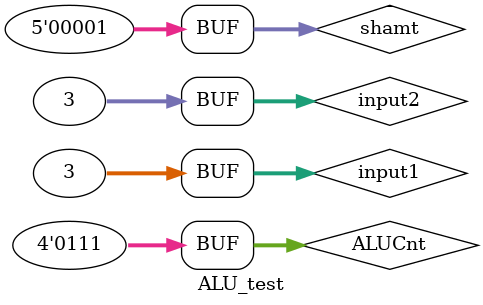
<source format=v>
`timescale 1ns / 1ps

module ALU_test;

	// Inputs
	reg [31:0] input1;
	reg [31:0] input2;
	reg [3:0] ALUCnt;
	reg [4:0] shamt;

	// Outputs
	wire [31:0] ALU_result;
	wire Zero;

	// Instantiate the Unit Under Test (UUT)
	ALU uut (
		.input1(input1), 
		.input2(input2), 
		.ALUCnt(ALUCnt), 
		.shamt(shamt), 
		.ALU_result(ALU_result), 
		.Zero(Zero)
	);

	initial
		begin
			input1 = 3;
			input2 = 3;
			
			shamt = 1;
			
			ALUCnt = 0;
			#50
			ALUCnt = 1;
			#50
			ALUCnt = 2;
			#50
			ALUCnt = 3;
			#50
			ALUCnt = 4;
			#50
			ALUCnt = 5;
			#50
			ALUCnt = 6;
			#50
			ALUCnt = 7;
		end
      
endmodule

</source>
